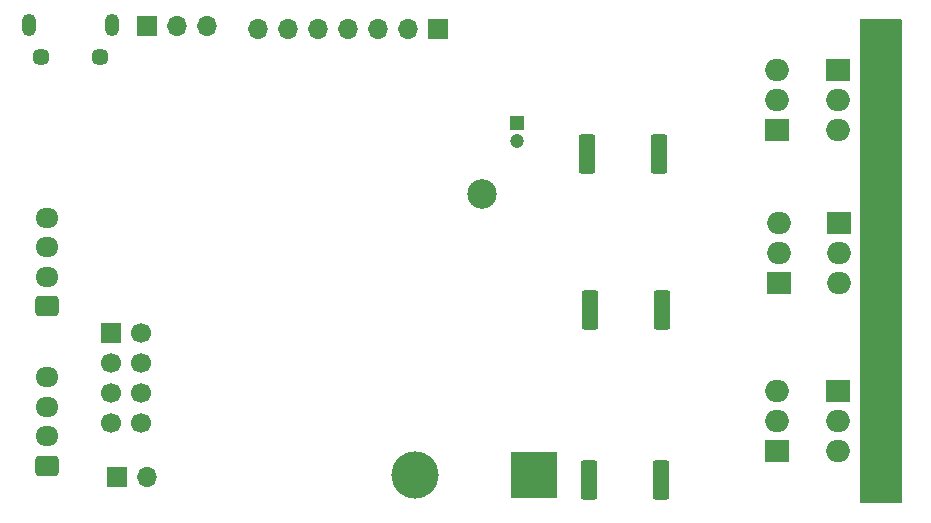
<source format=gbr>
%TF.GenerationSoftware,KiCad,Pcbnew,(7.0.0)*%
%TF.CreationDate,2023-03-04T23:05:34-05:00*%
%TF.ProjectId,electrium-esc-v2,656c6563-7472-4697-956d-2d6573632d76,rev?*%
%TF.SameCoordinates,Original*%
%TF.FileFunction,Soldermask,Bot*%
%TF.FilePolarity,Negative*%
%FSLAX46Y46*%
G04 Gerber Fmt 4.6, Leading zero omitted, Abs format (unit mm)*
G04 Created by KiCad (PCBNEW (7.0.0)) date 2023-03-04 23:05:34*
%MOMM*%
%LPD*%
G01*
G04 APERTURE LIST*
G04 Aperture macros list*
%AMRoundRect*
0 Rectangle with rounded corners*
0 $1 Rounding radius*
0 $2 $3 $4 $5 $6 $7 $8 $9 X,Y pos of 4 corners*
0 Add a 4 corners polygon primitive as box body*
4,1,4,$2,$3,$4,$5,$6,$7,$8,$9,$2,$3,0*
0 Add four circle primitives for the rounded corners*
1,1,$1+$1,$2,$3*
1,1,$1+$1,$4,$5*
1,1,$1+$1,$6,$7*
1,1,$1+$1,$8,$9*
0 Add four rect primitives between the rounded corners*
20,1,$1+$1,$2,$3,$4,$5,0*
20,1,$1+$1,$4,$5,$6,$7,0*
20,1,$1+$1,$6,$7,$8,$9,0*
20,1,$1+$1,$8,$9,$2,$3,0*%
G04 Aperture macros list end*
%ADD10R,1.700000X1.700000*%
%ADD11C,1.700000*%
%ADD12RoundRect,0.249999X0.450001X1.425001X-0.450001X1.425001X-0.450001X-1.425001X0.450001X-1.425001X0*%
%ADD13C,2.500000*%
%ADD14R,4.000000X4.000000*%
%ADD15C,4.000000*%
%ADD16O,2.000000X1.905000*%
%ADD17R,2.000000X1.905000*%
%ADD18O,1.700000X1.700000*%
%ADD19O,1.950000X1.700000*%
%ADD20RoundRect,0.250000X0.725000X-0.600000X0.725000X0.600000X-0.725000X0.600000X-0.725000X-0.600000X0*%
%ADD21C,1.450000*%
%ADD22O,1.200000X1.900000*%
%ADD23R,1.200000X1.200000*%
%ADD24C,1.200000*%
G04 APERTURE END LIST*
D10*
%TO.C,U5*%
X183459999Y-102799999D03*
D11*
X186000000Y-102800000D03*
X183460000Y-105340000D03*
X186000000Y-105340000D03*
X183460000Y-107880000D03*
X186000000Y-107880000D03*
X183460000Y-110420000D03*
X186000000Y-110420000D03*
%TD*%
D12*
%TO.C,R12*%
X223700000Y-87600000D03*
X229800000Y-87600000D03*
%TD*%
D13*
%TO.C,TP1*%
X214800000Y-91000000D03*
%TD*%
D14*
%TO.C,C27*%
X219199999Y-114799999D03*
D15*
X209200000Y-114800000D03*
%TD*%
D12*
%TO.C,R11*%
X230050000Y-100800000D03*
X223950000Y-100800000D03*
%TD*%
%TO.C,R10*%
X229995000Y-115200000D03*
X223895000Y-115200000D03*
%TD*%
D16*
%TO.C,Q6*%
X245006999Y-85539999D03*
X245006999Y-82999999D03*
D17*
X245006999Y-80459999D03*
%TD*%
%TO.C,Q5*%
X245046999Y-93459999D03*
D16*
X245046999Y-95999999D03*
X245046999Y-98539999D03*
%TD*%
D17*
%TO.C,Q4*%
X244999999Y-107659999D03*
D16*
X244999999Y-110199999D03*
X244999999Y-112739999D03*
%TD*%
%TO.C,Q3*%
X239799999Y-80459999D03*
X239799999Y-82999999D03*
D17*
X239799999Y-85539999D03*
%TD*%
%TO.C,Q2*%
X240022999Y-98539999D03*
D16*
X240022999Y-95999999D03*
X240022999Y-93459999D03*
%TD*%
D17*
%TO.C,Q1*%
X239792999Y-112739999D03*
D16*
X239792999Y-110199999D03*
X239792999Y-107659999D03*
%TD*%
D10*
%TO.C,J6*%
X186459999Y-76799999D03*
D18*
X188999999Y-76799999D03*
X191539999Y-76799999D03*
%TD*%
D19*
%TO.C,J5*%
X177999999Y-106499999D03*
X177999999Y-108999999D03*
X177999999Y-111499999D03*
D20*
X178000000Y-114000000D03*
%TD*%
D18*
%TO.C,J4*%
X186464999Y-114999999D03*
D10*
X183924999Y-114999999D03*
%TD*%
%TO.C,J3*%
X211079999Y-76999999D03*
D18*
X208539999Y-76999999D03*
X205999999Y-76999999D03*
X203459999Y-76999999D03*
X200919999Y-76999999D03*
X198379999Y-76999999D03*
X195839999Y-76999999D03*
%TD*%
D21*
%TO.C,J2*%
X177505867Y-79400000D03*
D22*
X183505866Y-76699999D03*
D21*
X182505867Y-79400000D03*
D22*
X176505866Y-76699999D03*
%TD*%
D20*
%TO.C,J1*%
X178000000Y-100500000D03*
D19*
X177999999Y-97999999D03*
X177999999Y-95499999D03*
X177999999Y-92999999D03*
%TD*%
D23*
%TO.C,C22*%
X217799999Y-84999999D03*
D24*
X217800000Y-86500000D03*
%TD*%
G36*
X250338000Y-76216613D02*
G01*
X250383387Y-76262000D01*
X250400000Y-76324000D01*
X250400000Y-117076000D01*
X250383387Y-117138000D01*
X250338000Y-117183387D01*
X250276000Y-117200000D01*
X246924000Y-117200000D01*
X246862000Y-117183387D01*
X246816613Y-117138000D01*
X246800000Y-117076000D01*
X246800000Y-76324000D01*
X246816613Y-76262000D01*
X246862000Y-76216613D01*
X246924000Y-76200000D01*
X250276000Y-76200000D01*
X250338000Y-76216613D01*
G37*
M02*

</source>
